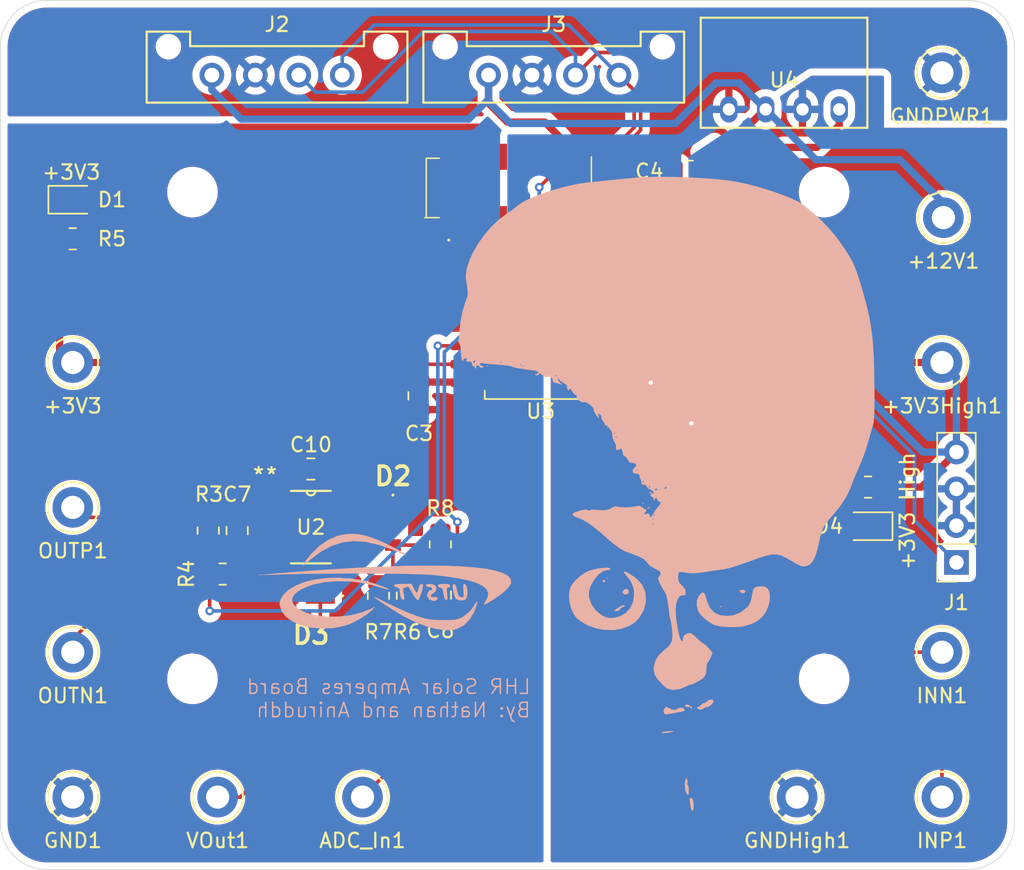
<source format=kicad_pcb>
(kicad_pcb (version 20240108) (generator "pcbnew") (generator_version "8.0")
  (layers (0 "F.Cu" signal) (31 "B.Cu" signal) (34 "B.Paste" user) (35 "F.Paste" user) (36 "B.SilkS" user "B.Silkscreen") (37 "F.SilkS" user "F.Silkscreen") (38 "B.Mask" user) (39 "F.Mask" user) (44 "Edge.Cuts" user))
  (net 0 "")
  (net 1 "+3V3")
  (net 2 "+3V3 High")
  (net 3 "+12V")
  (net 4 "/ADC_In")
  (net 5 "GND High")
  (net 6 "/INN")
  (net 7 "/INP")
  (net 8 "GND")
  (net 9 "GNDPWR")
  (net 10 "Net-(U2-V-IN)")
  (net 11 "Net-(U2-V+IN)")
  (net 12 "Net-(D1-A)")
  (net 13 "Net-(D2-A)")
  (net 14 "Net-(J1-Pin_1)")
  (net 15 "/OUTN")
  (net 16 "/OUTP")
  (net 17 "Net-(U2-RG)")
  (net 19 "Net-(J2-CAN_L)")
  (net 20 "Net-(J2-CAN_H)")
  (net 23 "/MISO")
  (net 24 "/MOSI")
  (net 28 "/NSS")
  (net 29 "/SCLK")
  (net 35 "Net-(D4-A)")
  (footprint "Package_SO:SOIC-8_7.5x5.85mm_P1.27mm" (layer "F.Cu") (at 105.8 58.085 180)
    (property "Reference" "U3" (at 0 -3.88 0) (layer "F.SilkS"))
    (property "Value" "AMC1300BDWV")
    (pad "1" smd roundrect (at -5.325 -1.905 180) (size 1.8 0.6) (layers "F.Cu" "F.Paste" "F.Mask") (net 2 "+3V3 High"))
    (pad "2" smd roundrect (at -5.325 -0.635 180) (size 1.8 0.6) (layers "F.Cu" "F.Paste" "F.Mask") (net 7 "/INP"))
    (pad "3" smd roundrect (at -5.325 0.635 180) (size 1.8 0.6) (layers "F.Cu" "F.Paste" "F.Mask") (net 6 "/INN"))
    (pad "4" smd roundrect (at -5.325 1.905 180) (size 1.8 0.6) (layers "F.Cu" "F.Paste" "F.Mask") (net 5 "GND High"))
    (pad "5" smd roundrect (at 5.325 1.905 180) (size 1.8 0.6) (layers "F.Cu" "F.Paste" "F.Mask") (net 8 "GND"))
    (pad "6" smd roundrect (at 5.325 0.635 180) (size 1.8 0.6) (layers "F.Cu" "F.Paste" "F.Mask") (net 15 "/OUTN"))
    (pad "7" smd roundrect (at 5.325 -0.635 180) (size 1.8 0.6) (layers "F.Cu" "F.Paste" "F.Mask") (net 16 "/OUTP"))
    (pad "8" smd roundrect (at 5.325 -1.905 180) (size 1.8 0.6) (layers "F.Cu" "F.Paste" "F.Mask") (net 1 "+3V3"))
  )
  (footprint "TestPoint:TestPoint_Keystone_5005-5009_Compact" (layer "F.Cu") (at 133.5 78.6 180)
    (property "Reference" "INN1" (at 0 -3 0) (layer "F.SilkS"))
    (property "Value" "TestPoint")
    (pad "1" thru_hole circle (at 0 0 180) (size 2.8 2.8) (drill 1.6) (layers "*.Cu" "*.Mask") (net 6 "/INN"))
  )
  (footprint "Resistor_SMD:R_0805_2012Metric" (layer "F.Cu") (at 116.8875 54.55 180)
    (property "Reference" "R2" (at -3 0 0) (layer "F.SilkS"))
    (property "Value" "2.4k")
    (pad "1" smd roundrect (at -0.9125 0 180) (size 1.025 1.4) (layers "F.Cu" "F.Paste" "F.Mask") (roundrect_rratio 0.243902) (net 6 "/INN"))
    (pad "2" smd roundrect (at 0.9125 0 180) (size 1.025 1.4) (layers "F.Cu" "F.Paste" "F.Mask") (roundrect_rratio 0.243902) (net 5 "GND High"))
  )
  (footprint "Capacitor_SMD:C_0805_2012Metric" (layer "F.Cu") (at 117.8 58.2 90)
    (property "Reference" "C2" (at 0 2 180) (layer "F.SilkS"))
    (property "Value" "2.2uF")
    (pad "1" smd roundrect (at -0.95 0 90) (size 1 1.45) (layers "F.Cu" "F.Paste" "F.Mask") (net 7 "/INP"))
    (pad "2" smd roundrect (at 0.95 0 90) (size 1 1.45) (layers "F.Cu" "F.Paste" "F.Mask") (net 6 "/INN"))
  )
  (footprint "Capacitor_SMD:C_0805_2012Metric" (layer "F.Cu") (at 116.05 49.4)
    (property "Reference" "C6" (at -2.75 0 0) (layer "F.SilkS"))
    (property "Value" "2.2n")
    (pad "1" smd roundrect (at -0.95 0) (size 1 1.45) (layers "F.Cu" "F.Paste" "F.Mask") (net 9 "GNDPWR"))
    (pad "2" smd roundrect (at 0.95 0) (size 1 1.45) (layers "F.Cu" "F.Paste" "F.Mask") (net 5 "GND High"))
  )
  (footprint "Resistor_SMD:R_0805_2012Metric" (layer "F.Cu") (at 116.8875 61.2 180)
    (property "Reference" "R1" (at -2.9125 0 0) (layer "F.SilkS"))
    (property "Value" "2.4k")
    (pad "1" smd roundrect (at -0.9125 0 180) (size 1.025 1.4) (layers "F.Cu" "F.Paste" "F.Mask") (roundrect_rratio 0.243902) (net 7 "/INP"))
    (pad "2" smd roundrect (at 0.9125 0 180) (size 1.025 1.4) (layers "F.Cu" "F.Paste" "F.Mask") (roundrect_rratio 0.243902) (net 14 "Net-(J1-Pin_1)"))
  )
  (footprint "Capacitor_SMD:C_0805_2012Metric" (layer "F.Cu") (at 115.55 58.2 90)
    (property "Reference" "C1" (hide yes))
    (property "Value" "1uF")
    (pad "1" smd roundrect (at -0.95 0 90) (size 1 1.45) (layers "F.Cu" "F.Paste" "F.Mask") (net 2 "+3V3 High"))
    (pad "2" smd roundrect (at 0.95 0 90) (size 1 1.45) (layers "F.Cu" "F.Paste" "F.Mask") (net 5 "GND High"))
  )
  (footprint "UTSVT_ICs:RI3_DC_Converter" (layer "F.Cu") (at 122.6 41.1273)
    (property "Reference" "U4" (at 0 -2.0273 0) (layer "F.SilkS"))
    (property "Value" "RO-123.3S_HP")
    (pad "1" thru_hole oval (at -3.81 0) (size 1.2 1.8) (drill 0.85) (layers "*.Cu" "*.Mask") (net 9 "GNDPWR"))
    (pad "2" thru_hole oval (at -1.27 0) (size 1.2 1.8) (drill 0.85) (layers "*.Cu" "*.Mask") (net 3 "+12V"))
    (pad "3" thru_hole oval (at 1.27 0) (size 1.2 1.8) (drill 0.85) (layers "*.Cu" "*.Mask") (net 5 "GND High"))
    (pad "4" thru_hole oval (at 3.81 0) (size 1.2 1.8) (drill 0.85) (layers "*.Cu" "*.Mask") (net 2 "+3V3 High"))
  )
  (footprint "Resistor_SMD:R_0805_2012Metric" (layer "F.Cu") (at 73.5 50.0625)
    (property "Reference" "R5" (at 2.7 0 180) (layer "F.SilkS"))
    (property "Value" "1.5k")
    (pad "1" smd roundrect (at -0.9125 0) (size 1.025 1.4) (layers "F.Cu" "F.Paste" "F.Mask") (roundrect_rratio 0.243902) (net 1 "+3V3"))
    (pad "2" smd roundrect (at 0.9125 0) (size 1.025 1.4) (layers "F.Cu" "F.Paste" "F.Mask") (roundrect_rratio 0.243902) (net 12 "Net-(D1-A)"))
  )
  (footprint "TestPoint:TestPoint_Keystone_5005-5009_Compact" (layer "F.Cu") (at 133.5 88.6 180)
    (property "Reference" "INP1" (at 0 -3 0) (layer "F.SilkS"))
    (property "Value" "TestPoint")
    (pad "1" thru_hole circle (at 0 0 180) (size 2.8 2.8) (drill 1.6) (layers "*.Cu" "*.Mask") (net 7 "/INP"))
  )
  (footprint "TestPoint:TestPoint_Keystone_5005-5009_Compact" (layer "F.Cu") (at 83.5 88.6 180)
    (property "Reference" "VOut1" (at 0 -3 0) (layer "F.SilkS"))
    (property "Value" "TestPoint")
    (pad "1" thru_hole circle (at 0 0 180) (size 2.8 2.8) (drill 1.6) (layers "*.Cu" "*.Mask") (net 13 "Net-(D2-A)"))
  )
  (footprint "Capacitor_SMD:C_0805_2012Metric" (layer "F.Cu") (at 89.9362 65.95226 180)
    (property "Reference" "C10" (at 0 1.68 0) (layer "F.SilkS"))
    (property "Value" "1uF")
    (pad "1" smd roundrect (at -0.95 0 180) (size 1 1.45) (layers "F.Cu" "F.Paste" "F.Mask") (net 1 "+3V3"))
    (pad "2" smd roundrect (at 0.95 0 180) (size 1 1.45) (layers "F.Cu" "F.Paste" "F.Mask") (net 8 "GND"))
  )
  (footprint "Connector_PinSocket_2.54mm:PinSocket_1x04_P2.54mm_Vertical" (layer "F.Cu") (at 134.5 72.4 180)
    (property "Reference" "J1" (at 0 -2.77 0) (layer "F.SilkS"))
    (property "Value" "Conn_01x04")
    (pad "1" thru_hole rect (at 0 0 180) (size 1.7 1.7) (drill 1) (layers "*.Cu" "*.Mask") (net 14 "Net-(J1-Pin_1)"))
    (pad "2" thru_hole oval (at 0 2.54 180) (size 1.7 1.7) (drill 1) (layers "*.Cu" "*.Mask") (net 5 "GND High"))
    (pad "3" thru_hole oval (at 0 5.08 180) (size 1.7 1.7) (drill 1) (layers "*.Cu" "*.Mask") (net 5 "GND High"))
    (pad "4" thru_hole oval (at 0 7.62 180) (size 1.7 1.7) (drill 1) (layers "*.Cu" "*.Mask") (net 2 "+3V3 High"))
  )
  (footprint "Resistor_SMD:R_0805_2012Metric" (layer "F.Cu") (at 83.84894 73.20226 180)
    (property "Reference" "R4" (at 2.5 0 90) (layer "F.SilkS"))
    (property "Value" "2.4k")
    (pad "1" smd roundrect (at -0.9125 0 180) (size 1.025 1.4) (layers "F.Cu" "F.Paste" "F.Mask") (roundrect_rratio 0.243902) (net 11 "Net-(U2-V+IN)"))
    (pad "2" smd roundrect (at 0.9125 0 180) (size 1.025 1.4) (layers "F.Cu" "F.Paste" "F.Mask") (roundrect_rratio 0.243902) (net 15 "/OUTN"))
  )
  (footprint "TestPoint:TestPoint_Keystone_5005-5009_Compact" (layer "F.Cu") (at 133.5 58.6)
    (property "Reference" "+3V3High1" (at 0 3 0) (layer "F.SilkS"))
    (property "Value" "TestPoint")
    (pad "1" thru_hole circle (at 0 0) (size 2.8 2.8) (drill 1.6) (layers "*.Cu" "*.Mask") (net 2 "+3V3 High"))
  )
  (footprint "UTSVT_Connectors:Molex_MicroFit3.0_1x4xP3.00mm_PolarizingPeg_Vertical" (layer "F.Cu") (at 102.2 38.76)
    (property "Reference" "J3" (at 4.5 -3.5 0) (layer "F.SilkS"))
    (property "Value" "PeripheralCANConnector")
    (pad "" np_thru_hole circle (at -3 -1.96) (size 1.27 1.27) (drill 1.27) (layers "*.Cu" "*.Mask"))
    (pad "" np_thru_hole circle (at 12 -1.96) (size 1.27 1.27) (drill 1.27) (layers "*.Cu" "*.Mask"))
    (pad "1" thru_hole circle (at 0 0) (size 1.7 1.7) (drill 1.02) (layers "*.Cu" "*.Mask") (net 3 "+12V"))
    (pad "2" thru_hole circle (at 3 0) (size 1.7 1.7) (drill 1.02) (layers "*.Cu" "*.Mask") (net 9 "GNDPWR"))
    (pad "3" thru_hole circle (at 6 0) (size 1.7 1.7) (drill 1.02) (layers "*.Cu" "*.Mask") (net 20 "Net-(J2-CAN_H)"))
    (pad "4" thru_hole circle (at 9 0) (size 1.7 1.7) (drill 1.02) (layers "*.Cu" "*.Mask") (net 19 "Net-(J2-CAN_L)"))
  )
  (footprint "Parts:RBE01VYM6AFHTR" (layer "F.Cu") (at 95.59894 69.95226 180)
    (property "Reference" "D2" (at -0.00106 3.50226 0) (layer "F.SilkS") (effects (font (size 1.27 1.27) (thickness 0.254))))
    (property "Value" "RBE01VYM6AFHTR" (hide yes))
    (pad "1" smd rect (at 0 0.65 180) (size 1.1 2) (layers "F.Cu" "F.Paste" "F.Mask") (net 1 "+3V3"))
    (pad "2" smd rect (at 0 -1.25 270) (size 0.8 1.1) (layers "F.Cu" "F.Paste" "F.Mask") (net 13 "Net-(D2-A)"))
  )
  (footprint "UTSVT_Connectors:Molex_MicroFit3.0_1x4xP3.00mm_PolarizingPeg_Vertical" (layer "F.Cu") (at 83.1 38.76)
    (property "Reference" "J2" (at 4.5 -3.5 0) (layer "F.SilkS"))
    (property "Value" "PeripheralCANConnector")
    (pad "" np_thru_hole circle (at -3 -1.96) (size 1.27 1.27) (drill 1.27) (layers "*.Cu" "*.Mask"))
    (pad "" np_thru_hole circle (at 12 -1.96) (size 1.27 1.27) (drill 1.27) (layers "*.Cu" "*.Mask"))
    (pad "1" thru_hole circle (at 0 0) (size 1.7 1.7) (drill 1.02) (layers "*.Cu" "*.Mask") (net 3 "+12V"))
    (pad "2" thru_hole circle (at 3 0) (size 1.7 1.7) (drill 1.02) (layers "*.Cu" "*.Mask") (net 9 "GNDPWR"))
    (pad "3" thru_hole circle (at 6 0) (size 1.7 1.7) (drill 1.02) (layers "*.Cu" "*.Mask") (net 20 "Net-(J2-CAN_H)"))
    (pad "4" thru_hole circle (at 9 0) (size 1.7 1.7) (drill 1.02) (layers "*.Cu" "*.Mask") (net 19 "Net-(J2-CAN_L)"))
  )
  (footprint "TestPoint:TestPoint_Keystone_5005-5009_Compact" (layer "F.Cu") (at 123.5 88.6)
    (property "Reference" "GNDHigh1" (at 0 3 0) (layer "F.SilkS"))
    (property "Value" "TestPoint")
    (pad "1" thru_hole circle (at 0 0) (size 2.8 2.8) (drill 1.6) (layers "*.Cu" "*.Mask") (net 5 "GND High"))
  )
  (footprint "Resistor_SMD:R_0805_2012Metric" (layer "F.Cu") (at 94.59894 74.70226 -90)
    (property "Reference" "R7" (at 2.5 0 180) (layer "F.SilkS"))
    (property "Value" "1k")
    (pad "1" smd roundrect (at -0.9125 0 270) (size 1.025 1.4) (layers "F.Cu" "F.Paste" "F.Mask") (roundrect_rratio 0.243902) (net 17 "Net-(U2-RG)"))
    (pad "2" smd roundrect (at 0.9125 0 270) (size 1.025 1.4) (layers "F.Cu" "F.Paste" "F.Mask") (roundrect_rratio 0.243902) (net 8 "GND"))
  )
  (footprint "TestPoint:TestPoint_Keystone_5005-5009_Compact" (layer "F.Cu") (at 73.5 68.6)
    (property "Reference" "OUTP1" (at 0 3 0) (layer "F.SilkS"))
    (property "Value" "TestPoint")
    (pad "1" thru_hole circle (at 0 0) (size 2.8 2.8) (drill 1.6) (layers "*.Cu" "*.Mask") (net 16 "/OUTP"))
  )
  (footprint "Resistor_SMD:R_0805_2012Metric" (layer "F.Cu") (at 128.4 67.2 180)
    (property "Reference" "R9" (at 2.7 0 180) (layer "F.SilkS"))
    (property "Value" "1.5k")
    (pad "1" smd roundrect (at -0.9125 0 180) (size 1.025 1.4) (layers "F.Cu" "F.Paste" "F.Mask") (roundrect_rratio 0.243902) (net 2 "+3V3 High"))
    (pad "2" smd roundrect (at 0.9125 0 180) (size 1.025 1.4) (layers "F.Cu" "F.Paste" "F.Mask") (roundrect_rratio 0.243902) (net 35 "Net-(D4-A)"))
  )
  (footprint "TestPoint:TestPoint_Keystone_5005-5009_Compact" (layer "F.Cu") (at 133.6 48.6)
    (property "Reference" "+12V1" (at 0 3 0) (layer "F.SilkS"))
    (property "Value" "TestPoint")
    (pad "1" thru_hole circle (at 0 0) (size 2.8 2.8) (drill 1.6) (layers "*.Cu" "*.Mask") (net 3 "+12V"))
  )
  (footprint "TestPoint:TestPoint_Keystone_5005-5009_Compact" (layer "F.Cu") (at 73.5 78.6 180)
    (property "Reference" "OUTN1" (at 0 -3 0) (layer "F.SilkS"))
    (property "Value" "TestPoint")
    (pad "1" thru_hole circle (at 0 0 180) (size 2.8 2.8) (drill 1.6) (layers "*.Cu" "*.Mask") (net 15 "/OUTN"))
  )
  (footprint "Capacitor_SMD:C_0805_2012Metric" (layer "F.Cu") (at 116.05 47.4 180)
    (property "Reference" "C5" (at 2.75 0 0) (layer "F.SilkS"))
    (property "Value" "10u")
    (pad "1" smd roundrect (at -0.95 0 180) (size 1 1.45) (layers "F.Cu" "F.Paste" "F.Mask") (net 3 "+12V"))
    (pad "2" smd roundrect (at 0.95 0 180) (size 1 1.45) (layers "F.Cu" "F.Paste" "F.Mask") (net 9 "GNDPWR"))
  )
  (footprint "TestPoint:TestPoint_Keystone_5005-5009_Compact" (layer "F.Cu") (at 73.5 88.6 180)
    (property "Reference" "GND1" (at 0 -3 0) (layer "F.SilkS"))
    (property "Value" "TestPoint")
    (pad "1" thru_hole circle (at 0 0 180) (size 2.8 2.8) (drill 1.6) (layers "*.Cu" "*.Mask") (net 8 "GND"))
  )
  (footprint "Resistor_SMD:R_0805_2012Metric" (layer "F.Cu") (at 82.84894 70.20226 90)
    (property "Reference" "R3" (at 2.50226 0.05106 0) (layer "F.SilkS"))
    (property "Value" "2.4k")
    (pad "1" smd roundrect (at -0.9125 0 90) (size 1.025 1.4) (layers "F.Cu" "F.Paste" "F.Mask") (roundrect_rratio 0.243902) (net 10 "Net-(U2-V-IN)"))
    (pad "2" smd roundrect (at 0.9125 0 90) (size 1.025 1.4) (layers "F.Cu" "F.Paste" "F.Mask") (roundrect_rratio 0.243902) (net 16 "/OUTP"))
  )
  (footprint "Parts:RBE01VYM6AFHTR" (layer "F.Cu") (at 89.9362 74.70226 90)
    (property "Reference" "D3" (at -2.69774 0.0138 180) (layer "F.SilkS") (effects (font (size 1.27 1.27) (thickness 0.254))))
    (property "Value" "RBE01VYM6AFHTR" (hide yes))
    (pad "1" smd rect (at 0 0.65 90) (size 1.1 2) (layers "F.Cu" "F.Paste" "F.Mask") (net 13 "Net-(D2-A)"))
    (pad "2" smd rect (at 0 -1.25 180) (size 0.8 1.1) (layers "F.Cu" "F.Paste" "F.Mask") (net 8 "GND"))
  )
  (footprint "Capacitor_SMD:C_0805_2012Metric" (layer "F.Cu") (at 98.875 74.65 -90)
    (property "Reference" "C8" (at 2.45 0 180) (layer "F.SilkS"))
    (property "Value" "2.2uF")
    (pad "1" smd roundrect (at -0.95 0 270) (size 1 1.45) (layers "F.Cu" "F.Paste" "F.Mask") (net 4 "/ADC_In"))
    (pad "2" smd roundrect (at 0.95 0 270) (size 1 1.45) (layers "F.Cu" "F.Paste" "F.Mask") (net 8 "GND"))
  )
  (footprint "TestPoint:TestPoint_Keystone_5005-5009_Compact" (layer "F.Cu") (at 93.5 88.6)
    (property "Reference" "ADC_In1" (at 0 3 0) (layer "F.SilkS"))
    (property "Value" "TestPoint")
    (pad "1" thru_hole circle (at 0 0) (size 2.8 2.8) (drill 1.6) (layers "*.Cu" "*.Mask") (net 4 "/ADC_In"))
  )
  (footprint "Resistor_SMD:R_0805_2012Metric" (layer "F.Cu") (at 96.59894 74.70226 -90)
    (property "Reference" "R6" (at 2.5 0 0) (layer "F.SilkS"))
    (property "Value" "12k")
    (pad "1" smd roundrect (at -0.9125 0 270) (size 1.025 1.4) (layers "F.Cu" "F.Paste" "F.Mask") (roundrect_rratio 0.243902) (net 13 "Net-(D2-A)"))
    (pad "2" smd roundrect (at 0.9125 0 270) (size 1.025 1.4) (layers "F.Cu" "F.Paste" "F.Mask") (roundrect_rratio 0.243902) (net 17 "Net-(U2-RG)"))
  )
  (footprint "LED_SMD:LED_0805_2012Metric" (layer "F.Cu") (at 73.5 47.3625)
    (property "Reference" "D1" (at 2.7 0 180) (layer "F.SilkS"))
    (property "Value" "PowerOn")
    (pad "1" smd roundrect (at -0.9375 0) (size 0.975 1.4) (layers "F.Cu" "F.Paste" "F.Mask") (net 8 "GND"))
    (pad "2" smd roundrect (at 0.9375 0) (size 0.975 1.4) (layers "F.Cu" "F.Paste" "F.Mask") (net 12 "Net-(D1-A)"))
  )
  (footprint "LED_SMD:LED_0805_2012Metric" (layer "F.Cu") (at 128.4 69.9 180)
    (property "Reference" "D4" (at 2.7 0 180) (layer "F.SilkS"))
    (property "Value" "PowerOn")
    (pad "1" smd roundrect (at -0.9375 0 180) (size 0.975 1.4) (layers "F.Cu" "F.Paste" "F.Mask") (net 5 "GND High"))
    (pad "2" smd roundrect (at 0.9375 0 180) (size 0.975 1.4) (layers "F.Cu" "F.Paste" "F.Mask") (net 35 "Net-(D4-A)"))
  )
  (footprint "Parts:D8" (layer "F.Cu") (at 89.9362 69.965)
    (property "Reference" "U2" (at 0 0 0) (layer "F.SilkS"))
    (property "Value" "INA145UA/2K5")
    (fp_text user "*" (at -3.6112 -3.6068 0) (layer "F.SilkS"))
    (fp_text user "*" (at -2.7178 -3.6068 0) (layer "F.SilkS"))
    (pad "1" smd rect (at -2.4638 -1.905) (size 1.9812 0.5588) (layers "F.Cu" "F.Paste" "F.Mask") (net 8 "GND"))
    (pad "2" smd rect (at -2.4638 -0.635) (size 1.9812 0.5588) (layers "F.Cu" "F.Paste" "F.Mask") (net 10 "Net-(U2-V-IN)"))
    (pad "3" smd rect (at -2.4638 0.635) (size 1.9812 0.5588) (layers "F.Cu" "F.Paste" "F.Mask") (net 11 "Net-(U2-V+IN)"))
    (pad "4" smd rect (at -2.4638 1.905) (size 1.9812 0.5588) (layers "F.Cu" "F.Paste" "F.Mask") (net 8 "GND"))
    (pad "5" smd rect (at 2.4638 1.905) (size 1.9812 0.5588) (layers "F.Cu" "F.Paste" "F.Mask") (net 17 "Net-(U2-RG)"))
    (pad "6" smd rect (at 2.4638 0.635) (size 1.9812 0.5588) (layers "F.Cu" "F.Paste" "F.Mask") (net 13 "Net-(D2-A)"))
    (pad "7" smd rect (at 2.4638 -0.635) (size 1.9812 0.5588) (layers "F.Cu" "F.Paste" "F.Mask") (net 1 "+3V3"))
    (pad "8" smd rect (at 2.4638 -1.905) (size 1.9812 0.5588) (layers "F.Cu" "F.Paste" "F.Mask"))
  )
  (footprint "UTSVT_Special:PeripheralSOM" (layer "F.Cu") (at 100.375 64.875 90)
    (property "Reference" "U1" (hide yes))
    (property "Value" "PeripheralSOM" (hide yes))
    (pad "" np_thru_hole circle (at -15.56226 -18.61226 90) (size 3 3) (drill 3) (layers "*.Cu" "*.Mask"))
    (pad "" np_thru_hole circle (at -15.56226 24.98774 90) (size 3 3) (drill 3) (layers "*.Cu" "*.Mask"))
    (pad "" np_thru_hole circle (at 18.03774 -18.61226 90) (size 3 3) (drill 3) (layers "*.Cu" "*.Mask"))
    (pad "" np_thru_hole circle (at 18.03774 24.98774 90) (size 3 3) (drill 3) (layers "*.Cu" "*.Mask"))
    (pad "1" smd rect (at 16.175 -1.175 180) (size 0.55 1.8) (layers "F.Cu" "F.Paste" "F.Mask"))
    (pad "2" smd rect (at 20.475 -1.175 180) (size 0.55 1.8) (layers "F.Cu" "F.Paste" "F.Mask") (net 1 "+3V3"))
    (pad "3" smd rect (at 16.175 -0.375 180) (size 0.55 1.8) (layers "F.Cu" "F.Paste" "F.Mask"))
    (pad "4" smd rect (at 20.475 -0.375 180) (size 0.55 1.8) (layers "F.Cu" "F.Paste" "F.Mask") (net 8 "GND"))
    (pad "5" smd rect (at 16.175 0.425 180) (size 0.55 1.8) (layers "F.Cu" "F.Paste" "F.Mask"))
    (pad "6" smd rect (at 20.475 0.425 180) (size 0.55 1.8) (layers "F.Cu" "F.Paste" "F.Mask"))
    (pad "7" smd rect (at 16.175 1.225 180) (size 0.55 1.8) (layers "F.Cu" "F.Paste" "F.Mask"))
    (pad "8" smd rect (at 20.475 1.225 180) (size 0.55 1.8) (layers "F.Cu" "F.Paste" "F.Mask"))
    (pad "9" smd rect (at 16.175 2.025 180) (size 0.55 1.8) (layers "F.Cu" "F.Paste" "F.Mask") (net 1 "+3V3"))
    (pad "10" smd rect (at 20.475 2.025 180) (size 0.55 1.8) (layers "F.Cu" "F.Paste" "F.Mask") (net 1 "+3V3"))
    (pad "11" smd rect (at 16.175 2.825 180) (size 0.55 1.8) (layers "F.Cu" "F.Paste" "F.Mask") (net 8 "GND"))
    (pad "12" smd rect (at 20.475 2.825 180) (size 0.55 1.8) (layers "F.Cu" "F.Paste" "F.Mask"))
    (pad "13" smd rect (at 16.175 3.625 180) (size 0.55 1.8) (layers "F.Cu" "F.Paste" "F.Mask") (net 29 "/SCLK"))
    (pad "14" smd rect (at 20.475 3.625 180) (size 0.55 1.8) (layers "F.Cu" "F.Paste" "F.Mask"))
    (pad "15" smd rect (at 16.175 4.425 180) (size 0.55 1.8) (layers "F.Cu" "F.Paste" "F.Mask") (net 23 "/MISO"))
    (pad "16" smd rect (at 20.475 4.425 180) (size 0.55 1.8) (layers "F.Cu" "F.Paste" "F.Mask"))
    (pad "17" smd rect (at 16.175 5.225 180) (size 0.55 1.8) (layers "F.Cu" "F.Paste" "F.Mask") (net 24 "/MOSI"))
    (pad "18" smd rect (at 20.475 5.225 180) (size 0.55 1.8) (layers "F.Cu" "F.Paste" "F.Mask"))
    (pad "19" smd rect (at 16.175 6.025 180) (size 0.55 1.8) (layers "F.Cu" "F.Paste" "F.Mask") (net 28 "/NSS"))
    (pad "20" smd rect (at 20.475 6.025 180) (size 0.55 1.8) (layers "F.Cu" "F.Paste" "F.Mask") (net 4 "/ADC_In"))
    (pad "21" smd rect (at 16.175 6.825 180) (size 0.55 1.8) (layers "F.Cu" "F.Paste" "F.Mask") (net 19 "Net-(J2-CAN_L)"))
    (pad "22" smd rect (at 20.475 6.825 180) (size 0.55 1.8) (layers "F.Cu" "F.Paste" "F.Mask") (net 3 "+12V"))
    (pad "23" smd rect (at 16.175 7.625 180) (size 0.55 1.8) (layers "F.Cu" "F.Paste" "F.Mask") (net 20 "Net-(J2-CAN_H)"))
    (pad "24" smd rect (at 20.475 7.625 180) (size 0.55 1.8) (layers "F.Cu" "F.Paste" "F.Mask") (net 9 "GNDPWR"))
  )
  (footprint "Capacitor_SMD:C_0805_2012Metric" (layer "F.Cu") (at 120.35 47.6 180)
    (property "Reference" "C9" (at 0 -1.68 0) (layer "F.SilkS"))
    (property "Value" "10uF")
    (pad "1" smd roundrect (at -0.95 0 180) (size 1 1.45) (layers "F.Cu" "F.Paste" "F.Mask") (net 2 "+3V3 High"))
    (pad "2" smd roundrect (at 0.95 0 180) (size 1 1.45) (layers "F.Cu" "F.Paste" "F.Mask") (net 5 "GND High"))
  )
  (footprint "Capacitor_SMD:C_0805_2012Metric" (layer "F.Cu") (at 116.05 45.4 180)
    (property "Reference" "C4" (at 2.75 0 0) (layer "F.SilkS"))
    (property "Value" "1n")
    (pad "1" smd roundrect (at -0.95 0 180) (size 1 1.45) (layers "F.Cu" "F.Paste" "F.Mask") (net 3 "+12V"))
    (pad "2" smd roundrect (at 0.95 0 180) (size 1 1.45) (layers "F.Cu" "F.Paste" "F.Mask") (net 9 "GNDPWR"))
  )
  (footprint "Capacitor_SMD:C_0805_2012Metric" (layer "F.Cu") (at 84.84894 70.20226 -90)
    (property "Reference" "C7" (at -2.5 0 180) (layer "F.SilkS"))
    (property "Value" "2.2uF")
    (pad "1" smd roundrect (at -0.95 0 270) (size 1 1.45) (layers "F.Cu" "F.Paste" "F.Mask") (net 10 "Net-(U2-V-IN)"))
    (pad "2" smd roundrect (at 0.95 0 270) (size 1 1.45) (layers "F.Cu" "F.Paste" "F.Mask") (net 11 "Net-(U2-V+IN)"))
  )
  (footprint "TestPoint:TestPoint_Keystone_5005-5009_Compact" (layer "F.Cu") (at 73.5 58.6 180)
    (property "Reference" "+3V3" (at 0 -3 0) (layer "F.SilkS"))
    (property "Value" "TestPoint")
    (pad "1" thru_hole circle (at 0 0 180) (size 2.8 2.8) (drill 1.6) (layers "*.Cu" "*.Mask") (net 1 "+3V3"))
  )
  (footprint "Capacitor_SMD:C_0805_2012Metric" (layer "F.Cu") (at 97.4 60.9 -90)
    (property "Reference" "C3" (at 2.6 0 180) (layer "F.SilkS"))
    (property "Value" "1uF")
    (pad "1" smd roundrect (at -0.95 0 270) (size 1 1.45) (layers "F.Cu" "F.Paste" "F.Mask") (net 1 "+3V3"))
    (pad "2" smd roundrect (at 0.95 0 270) (size 1 1.45) (layers "F.Cu" "F.Paste" "F.Mask") (net 8 "GND"))
  )
  (footprint "Resistor_SMD:R_0805_2012Metric" (layer "F.Cu") (at 98.875 71.15 90)
    (property "Reference" "R8" (at 2.5 0 180) (layer "F.SilkS"))
    (property "Value" "4.8k")
    (pad "1" smd roundrect (at -0.9125 0 90) (size 1.025 1.4) (layers "F.Cu" "F.Paste" "F.Mask") (roundrect_rratio 0.243902) (net 4 "/ADC_In"))
    (pad "2" smd roundrect (at 0.9125 0 90) (size 1.025 1.4) (layers "F.Cu" "F.Paste" "F.Mask") (roundrect_rratio 0.243902) (net 13 "Net-(D2-A)"))
  )
  (footprint "TestPoint:TestPoint_Keystone_5005-5009_Compact" (layer "F.Cu") (at 133.5 38.6 180)
    (property "Reference" "GNDPWR1" (at 0 -3 0) (layer "F.SilkS"))
    (property "Value" "TestPoint")
    (pad "1" thru_hole circle (at 0 0 180) (size 2.8 2.8) (drill 1.6) (layers "*.Cu" "*.Mask") (net 9 "GNDPWR"))
  )
  (footprint "UTSVT_Special:UTSVT_Logo_Symbol" (layer "B.Cu") (at 95.315946 73.885857 180)
    (property "Reference" "LOGO2" (hide yes))
    (property "Value" "solarlogo" (hide yes))
  )
  (footprint "Parts:aniMegamind" (layer "B.Cu") (at 114.353675 69.041275 180)
    (property "Reference" "LOGO1" (hide yes))
    (property "Value" "aniMegamind" (hide yes))
  )
  (gr_line (start 71.7 93.6) (end 135.3 93.6) (stroke (width 0.05)) (layer "Edge.Cuts"))
  (gr_arc (start 71.7 93.6) (mid 69.437258 92.662742) (end 68.5 90.4) (stroke (width 0.05)) (layer "Edge.Cuts"))
  (gr_line (start 68.5 36.8) (end 68.5 90.4) (stroke (width 0.05)) (layer "Edge.Cuts"))
  (gr_arc (start 68.5 36.8) (mid 69.437258 34.537258) (end 71.7 33.6) (stroke (width 0.05)) (layer "Edge.Cuts"))
  (gr_line (start 135.3 33.6) (end 71.7 33.6) (stroke (width 0.05)) (layer "Edge.Cuts"))
  (gr_arc (start 135.3 33.6) (mid 137.562742 34.537258) (end 138.5 36.8) (stroke (width 0.05)) (layer "Edge.Cuts"))
  (gr_arc (start 138.5 90.4) (mid 137.562742 92.662742) (end 135.3 93.6) (stroke (width 0.05)) (layer "Edge.Cuts"))
  (gr_line (start 138.5 90.4) (end 138.5 36.8) (stroke (width 0.05)) (layer "Edge.Cuts"))
  (gr_text "LHR Solar Amperes Board\nBy: Nathan and Aniruddh" (at 105.175 83.175 0) (layer "B.SilkS") (effects (font (size 1 1) (thickness 0.1)) (justify left bottom mirror)))
  (gr_text "+3V3 High" (at 131.7 73 90) (layer "F.SilkS") (effects (font (size 1 1)) (justify left bottom)))
  (gr_text "+3V3" (at 71.3 46.05 0) (layer "F.SilkS") (effects (font (size 1 1)) (justify left bottom)))
  (segment (start 84.8 54.05) (end 98.325 54.05) (width 0.5) (layer "F.Cu") (net 1))
  (segment (start 100.435 59.95) (end 100.475 59.99) (width 0.5) (layer "F.Cu") (net 1))
  (segment (start 102.4 49.975) (end 102.4 48.7) (width 0.5) (layer "F.Cu") (net 1))
  (segment (start 100.475 59.99) (end 101.374999 59.99) (width 0.5) (layer "F.Cu") (net 1))
  (segment (start 99.2 44.4) (end 99.2 45.675) (width 0.5) (layer "F.Cu") (net 1))
  (segment (start 102.4 45.6) (end 102.4 44.4) (width 0.5) (layer "F.Cu") (net 1))
  (segment (start 102.4 58.964999) (end 102.4 48.7) (width 0.5) (layer "F.Cu") (net 1))
  (segment (start 92.4 69.33) (end 95.5712 69.33) (width 0.5) (layer "F.Cu") (net 1))
  (segment (start 99.275 45.75) (end 102.25 45.75) (width 0.5) (layer "F.Cu") (net 1))
  (segment (start 101.374999 59.99) (end 102.4 58.964999) (width 0.5) (layer "F.Cu") (net 1))
  (segment (start 92.46226 65.95226) (end 95.59894 69.08894) (width 0.5) (layer "F.Cu") (net 1))
  (segment (start 91.39774 65.95226) (end 90.8862 65.95226) (width 0.5) (layer "F.Cu") (net 1))
  (segment (start 102.4 44.4) (end 102.4 48.7) (width 0.5) (layer "F.Cu") (net 1))
  (segment (start 98.325 54.05) (end 102.4 49.975) (width 0.5) (layer "F.Cu") (net 1))
  (segment (start 97.4 59.95) (end 100.435 59.95) (width 0.5) (layer "F.Cu") (net 1))
  (segment (start 95.5712 69.33) (end 95.59894 69.30226) (width 0.5) (layer "F.Cu") (net 1))
  (segment (start 90.8862 65.95226) (end 92.46226 65.95226) (width 0.5) (layer "F.Cu") (net 1))
  (segment (start 95.59894 69.08894) (end 95.59894 69.30226) (width 0.5) (layer "F.Cu") (net 1))
  (segment (start 73.5 58.6) (end 80.25 58.6) (width 0.5) (layer "F.Cu") (net 1))
  (segment (start 80.25 58.6) (end 84.8 54.05) (width 0.5) (layer "F.Cu") (net 1))
  (segment (start 97.4 59.95) (end 91.39774 65.95226) (width 0.5) (layer "F.Cu") (net 1))
  (segment (start 72.5875 50.0625) (end 72.5875 57.6875) (width 0.5) (layer "F.Cu") (net 1))
  (segment (start 99.2 45.675) (end 99.275 45.75) (width 0.5) (layer "F.Cu") (net 1))
  (segment (start 102.25 45.75) (end 102.4 45.6) (width 0.5) (layer "F.Cu") (net 1))
  (segment (start 72.5875 57.6875) (end 73.5 58.6) (width 0.5) (layer "F.Cu") (net 1))
  (segment (start 126.41 42.215) (end 126.41 41.1273) (width 0.5) (layer "F.Cu") (net 2))
  (segment (start 114.24 59.15) (end 113.4 59.99) (width 0.5) (layer "F.Cu") (net 2))
  (segment (start 121.325 47.625) (end 121.3 47.6) (width 0.5) (layer "F.Cu") (net 2))
  (segment (start 111.125 59.99) (end 113.4 59.99) (width 0.5) (layer "F.Cu") (net 2))
  (segment (start 133.5 58.6) (end 128.65 58.6) (width 0.5) (layer "F.Cu") (net 2))
  (segment (start 129.3125 67.2) (end 132.08 67.2) (width 0.5) (layer "F.Cu") (net 2))
  (segment (start 124.875 43.75) (end 126.41 42.215) (width 0.5) (layer "F.Cu") (net 2))
  (segment (start 121.3 47.6) (end 121.3 45.025) (width 0.5) (layer "F.Cu") (net 2))
  (segment (start 121.325 51.275) (end 121.325 47.625) (width 0.5) (layer "F.Cu") (net 2))
  (segment (start 115.55 59.15) (end 114.24 59.15) (width 0.5) (layer "F.Cu") (net 2))
  (segment (start 121.3 45.025) (end 122.575 43.75) (width 0.5) (layer "F.Cu") (net 2))
  (segment (start 128.65 58.6) (end 121.325 51.275) (width 0.5) (layer "F.Cu") (net 2))
  (segment (start 132.08 67.2) (end 134.5 64.78) (width 0.5) (layer "F.Cu") (net 2))
  (segment (start 122.575 43.75) (end 124.875 43.75) (width 0.5) (layer "F.Cu") (net 2))
  (via (at 113.4 59.99) (size 0.6) (drill 0.3) (layers "F.Cu" "B.Cu") (net 2))
  (segment (start 132.18 64.78) (end 134.5 64.78) (width 0.5) (layer "B.Cu") (net 2))
  (segment (start 134.5 64.78) (end 134.5 59.6) (width 0.5) (layer "B.Cu") (net 2))
  (segment (start 134.5 59.6) (end 133.5 58.6) (width 0.5) (layer "B.Cu") (net 2))
  (segment (start 113.4 59.99) (end 127.39 59.99) (width 0.5) (layer "B.Cu") (net 2))
  (segment (start 127.39 59.99) (end 132.18 64.78) (width 0.5) (layer "B.Cu") (net 2))
  (segment (start 107.2 43.125) (end 107.2 44.4) (width 0.5) (layer "F.Cu") (net 3))
  (segment (start 117 45.4) (end 117 47.4) (width 0.5) (layer "F.Cu") (net 3))
  (segment (start 117 45.4) (end 121.2727 41.1273) (width 0.5) (layer "F.Cu") (net 3))
  (segment (start 121.2727 41.1273) (end 121.33 41.1273) (width 0.5) (layer "F.Cu") (net 3))
  (segment (start 103.5 42) (end 106.075 42) (width 0.5) (layer "F.Cu") (net 3))
  (segment (start 106.075 42) (end 107.2 43.125) (width 0.5) (layer "F.Cu") (net 3))
  (segment (start 102.2 40.7) (end 103.5 42) (width 0.5) (layer "F.Cu") (net 3))
  (segment (start 102.2 38.76) (end 102.2 40.7) (width 0.5) (layer "F.Cu") (net 3))
  (segment (start 117.9 39.3) (end 119.5027 39.3) (width 0.5) (layer "B.Cu") (net 3))
  (segment (start 102.2 38.76) (end 102.2 40.425) (width 0.5) (layer "B.Cu") (net 3))
  (segment (start 100.825 41.8) (end 85.125 41.8) (width 0.5) (layer "B.Cu") (net 3))
  (segment (start 85.125 41.8) (end 83.1 39.775) (width 0.5) (layer "B.Cu") (net 3))
  (segment (start 130.6 44.6) (end 124.8027 44.6) (width 0.5) (layer "B.Cu") (net 3))
  (segment (start 102.2 38.76) (end 102.2 40.575) (width 0.5) (layer "B.Cu") (net 3))
  (segment (start 124.8027 44.6) (end 121.33 41.1273) (width 0.5) (layer "B.Cu") (net 3))
  (segment (start 115.1 42.1) (end 117.9 39.3) (width 0.5) (layer "B.Cu") (net 3))
  (segment (start 103.725 42.1) (end 115.1 42.1) (width 0.5) (layer "B.Cu") (net 3))
  (segment (start 119.5027 39.3) (end 121.33 41.1273) (width 0.5) (layer "B.Cu") (net 3))
  (segment (start 102.2 40.425) (end 100.825 41.8) (width 0.5) (layer "B.Cu") (net 3))
  (segment (start 102.2 40.575) (end 103.725 42.1) (width 0.5) (layer "B.Cu") (net 3))
  (segment (start 83.1 39.775) (end 83.1 38.76) (width 0.5) (layer "B.Cu") (net 3))
  (segment (start 133.6 47.6) (end 130.6 44.6) (width 0.5) (layer "B.Cu") (net 3))
  (segment (start 133.6 48.6) (end 133.6 47.6) (width 0.5) (layer "B.Cu") (net 3))
  (segment (start 97.62394 74.95106) (end 97.62394 84.47606) (width 0.25) (layer "F.Cu") (net 4))
  (segment (start 106.4 45.8) (end 106.4 44.4) (width 0.25) (layer "F.Cu") (net 4))
  (segment (start 98.875 72.0625) (end 98.875 73.7) (width 0.25) (layer "F.Cu") (net 4))
  (segment (start 97.62394 84.47606) (end 93.5 88.6) (width 0.25) (layer "F.Cu") (net 4))
  (segment (start 98.875 73.7) (end 97.62394 74.95106) (width 0.25) (layer "F.Cu") (net 4))
  (segment (start 100.05 69.6) (end 100.05 70.8875) (width 0.25) (layer "F.Cu") (net 4))
  (segment (start 100.05 70.8875) (end 98.875 72.0625) (width 0.25) (layer "F.Cu") (net 4))
  (segment (start 105.7 46.5) (end 106.4 45.8) (width 0.25) (layer "F.Cu") (net 4))
  (via (at 105.7 46.5) (size 0.6) (drill 0.3) (layers "F.Cu" "B.Cu") (net 4))
  (via (at 100.05 69.6) (size 0.6) (drill 0.3) (layers "F.Cu" "B.Cu") (net 4))
  (segment (start 100.05 69.6) (end 99.15 68.7) (width 0.25) (layer "B.Cu") (net 4))
  (segment (start 99.15 68.7) (end 99.15 57.883884) (width 0.25) (layer "B.Cu") (net 4))
  (segment (start 105.7 51.333884) (end 105.7 46.5) (width 0.25) (layer "B.Cu") (net 4))
  (segment (start 99.15 57.883884) (end 105.7 51.333884) (width 0.25) (layer "B.Cu") (net 4))
  (segment (start 117.8 57.25) (end 118.75 57.25) (width 0.25) (layer "F.Cu") (net 6))
  (segment (start 119.8 58.3) (end 119.8 67.4) (width 0.25) (layer "F.Cu") (net 6))
  (segment (start 131 78.6) (end 133.5 78.6) (width 0.25) (layer "F.Cu") (net 6))
  (segment (start 116.85 58.2) (end 117.8 57.25) (width 0.25) (layer "F.Cu") (net 6))
  (segment (start 119.8 67.4) (end 131 78.6) (width 0.25) (layer "F.Cu") (net 6))
  (segment (start 112.85 58.2) (end 116.85 58.2) (width 0.25) (layer "F.Cu") (net 6))
  (segment (start 112.1 57.45) (end 112.85 58.2) (width 0.25) (layer "F.Cu") (net 6))
  (segment (start 111.125 57.45) (end 112.1 57.45) (width 0.25) (layer "F.Cu") (net 6))
  (segment (start 118.75 57.25) (end 119.8 58.3) (width 0.25) (layer "F.Cu") (net 6))
  (segment (start 117.8 54.55) (end 117.8 57.25) (width 0.25) (layer "F.Cu") (net 6))
  (segment (start 117.8 59.15) (end 117.8 61.2) (width 0.25) (layer "F.Cu") (net 7))
  (segment (start 133.5 81.736396) (end 133.5 88.6) (width 0.25) (layer "F.Cu") (net 7))
  (segment (start 119.35 67.586396) (end 133.5 81.736396) (width 0.25) (layer "F.Cu") (net 7))
  (segment (start 110.25 60.75) (end 114.15 60.75) (width 0.2) (layer "F.Cu") (net 7))
  (segment (start 119.35 62.75) (end 119.35 67.586396) (width 0.25) (layer "F.Cu") (net 7))
  (segment (start 111.125 58.72) (end 110.225001 58.72) (width 0.2) (layer "F.Cu") (net 7))
  (segment (start 110.225001 58.72) (end 109.8 59.145001) (width 0.2) (layer "F.Cu") (net 7))
  (segment (start 116.9 60.05) (end 117.8 59.15) (width 0.2) (layer "F.Cu") (net 7))
  (segment (start 114.15 60.75) (end 114.85 60.05) (width 0.2) (layer "F.Cu") (net 7))
  (segment (start 109.8 60.3) (end 110.25 60.75) (width 0.2) (layer "F.Cu") (net 7))
  (segment (start 114.85 60.05) (end 116.9 60.05) (width 0.2) (layer "F.Cu") (net 7))
  (segment (start 117.8 61.2) (end 119.35 62.75) (width 0.25) (layer "F.Cu") (net 7))
  (segment (start 109.8 59.145001) (end 109.8 60.3) (width 0.2) (layer "F.Cu") (net 7))
  (segment (start 98.05 43.05) (end 97.1 44) (width 0.5) (layer "F.Cu") (net 8))
  (segment (start 100 43.125) (end 99.925 43.05) (width 0.5) (layer "F.Cu") (net 8))
  (segment (start 103.2 51.5) (end 103.5 51.8) (width 0.5) (layer "F.Cu") (net 8))
  (segment (start 103.2 48.7) (end 103.2 51.5) (width 0.5) (layer "F.Cu") (net 8))
  (segment (start 100 44.4) (end 100 43.125) (width 0.5) (layer "F.Cu") (net 8))
  (segment (start 99.925 43.05) (end 98.05 43.05) (width 0.5) (layer "F.Cu") (net 8))
  (segment (start 82.98644 71.11476) (end 84.84894 69.25226) (width 0.25) (layer "F.Cu") (net 10))
  (segment (start 82.84894 71.11476) (end 82.98644 71.11476) (width 0.25) (layer "F.Cu") (net 10))
  (segment (start 84.84894 69.25226) (end 87.39466 69.25226) (width 0.25) (layer "F.Cu") (net 10))
  (segment (start 87.39466 69.25226) (end 87.4724 69.33) (width 0.25) (layer "F.Cu") (net 10))
  (segment (start 84.84894 71.15226) (end 84.84894 73.11476) (width 0.25) (layer "F.Cu") (net 11))
  (segment (start 85.4012 70.6) (end 84.84894 71.15226) (width 0.25) (layer "F.Cu") (net 11))
  (segment (start 84.84894 73.11476) (end 84.76144 73.20226) (width 0.25) (layer "F.Cu") (net 11))
  (segment (start 87.4724 70.6) (end 85.4012 70.6) (width 0.25) (layer "F.Cu") (net 11))
  (segment (start 74.4375 50.0375) (end 74.4125 50.0625) (width 0.25) (layer "F.Cu") (net 12))
  (segment (start 74.4375 47.3625) (end 74.4375 50.0375) (width 0.25) (layer "F.Cu") (net 12))
  (segment (start 90.5862 74.70226) (end 90.5862 83.073451) (width 0.25) (layer "F.Cu") (net 13))
  (segment (start 95.59894 71.20226) (end 95.59894 72.78976) (width 0.25) (layer "F.Cu") (net 13))
  (segment (start 94.49286 71.20226) (end 95.59894 71.20226) (width 0.25) (layer "F.Cu") (net 13))
  (segment (start 90.5862 74.70226) (end 90.5862 70.9232) (width 0.25) (layer "F.Cu") (net 13))
  (segment (start 90.9094 70.6) (end 92.4 70.6) (width 0.25) (layer "F.Cu") (net 13))
  (segment (start 97.91024 71.20226) (end 98.875 70.2375) (width 0.25) (layer "F.Cu") (net 13))
  (segment (start 85.059651 88.6) (end 83.5 88.6) (width 0.25) (layer "F.Cu") (net 13))
  (segment (start 95.59894 71.20226) (end 97.91024 71.20226) (width 0.25) (layer "F.Cu") (net 13))
  (segment (start 92.4 70.6) (end 93.8906 70.6) (width 0.25) (layer "F.Cu") (net 13))
  (segment (start 95.59894 72.78976) (end 96.59894 73.78976) (width 0.25) (layer "F.Cu") (net 13))
  (segment (start 90.5862 83.073451) (end 85.059651 88.6) (width 0.25) (layer "F.Cu") (net 13))
  (segment (start 90.5862 70.9232) (end 90.9094 70.6) (width 0.25) (layer "F.Cu") (net 13))
  (segment (start 93.8906 70.6) (end 94.49286 71.20226) (width 0.25) (layer "F.Cu") (net 13))
  (segment (start 115.975 62.575) (end 116.2 62.8) (width 0.25) (layer "F.Cu") (net 14))
  (segment (start 115.975 61.2) (end 115.975 62.575) (width 0.25) (layer "F.Cu") (net 14))
  (via (at 116.2 62.8) (size 0.6) (drill 0.3) (layers "F.Cu" "B.Cu") (net 14))
  (segment (start 131.605 69.505) (end 134.5 72.4) (width 0.25) (layer "B.Cu") (net 14))
  (segment (start 117 62.8) (end 119.235 60.565) (width 0.25) (layer "B.Cu") (net 14))
  (segment (start 119.235 60.565) (end 127.151828 60.565) (width 0.25) (layer "B.Cu") (net 14))
  (segment (start 127.151828 60.565) (end 131.605 65.018172) (width 0.25) (layer "B.Cu") (net 14))
  (segment (start 131.605 65.018172) (end 131.605 69.505) (width 0.25) (layer "B.Cu") (net 14))
  (segment (start 116.2 62.8) (end 117 62.8) (width 0.25) (layer "B.Cu") (net 14))
  (segment (start 73.5 77.7) (end 73.5 78.6) (width 0.25) (layer "F.Cu") (net 15))
  (segment (start 82.93644 73.20226) (end 77.99774 73.20226) (width 0.25) (layer "F.Cu") (net 15))
  (segment (start 77.99774 73.20226) (end 73.5 77.7) (width 0.25) (layer "F.Cu") (net 15))
  (segment (start 82.95 73.21582) (end 82.93644 73.20226) (width 0.25) (layer "F.Cu") (net 15))
  (segment (start 82.95 75.75) (end 82.95 73.21582) (width 0.25) (layer "F.Cu") (net 15))
  (segment (start 100.475 57.45) (end 98.7 57.45) (width 0.25) (layer "F.Cu") (net 15))
  (via (at 98.7 57.45) (size 0.6) (drill 0.3) (layers "F.Cu" "B.Cu") (net 15))
  (via (at 82.95 75.75) (size 0.6) (drill 0.3) (layers "F.Cu" "B.Cu") (net 15))
  (segment (start 91.6 75.75) (end 82.95 75.75) (width 0.25) (layer "B.Cu") (net 15))
  (segment (start 98.7 57.45) (end 98.7 68.65) (width 0.25) (layer "B.Cu") (net 15))
  (segment (start 98.7 68.65) (end 91.6 75.75) (width 0.25) (layer "B.Cu") (net 15))
  (segment (start 88.9 61.8) (end 92.3 61.8) (width 0.25) (layer "F.Cu") (net 16))
  (segment (start 82.84894 69.28976) (end 82.84894 67.85106) (width 0.25) (layer "F.Cu") (net 16))
  (segment (start 92.3 61.8) (end 95.38 58.72) (width 0.25) (layer "F.Cu") (net 16))
  (segment (start 82.84894 67.85106) (end 88.9 61.8) (width 0.25) (layer "F.Cu") (net 16))
  (segment (start 82.84894 69.28976) (end 74.18976 69.28976) (width 0.25) (layer "F.Cu") (net 16))
  (segment (start 74.18976 69.28976) (end 73.5 68.6) (width 0.25) (layer "F.Cu") (net 16))
  (segment (start 95.38 58.72) (end 100.475 58.72) (width 0.25) (layer "F.Cu") (net 16))
  (segment (start 92.67918 71.87) (end 94.59894 73.78976) (width 0.25) (layer "F.Cu") (net 17))
  (segment (start 94.59894 73.78976) (end 94.77394 73.78976) (width 0.25) (layer "F.Cu") (net 17))
  (segment (start 92.4 71.87) (end 92.67918 71.87) (width 0.25) (layer "F.Cu") (net 17))
  (segment (start 94.77394 73.78976) (end 96.59894 75.61476) (width 0.25) (layer "F.Cu") (net 17))
  (segment (start 107.2 48.7) (end 107.2 47.425) (width 0.25) (layer "F.Cu") (net 19))
  (segment (start 112.25 39.81) (end 111.2 38.76) (width 0.25) (layer "F.Cu") (net 19))
  (segment (start 107.2 47.425) (end 112.25 42.375) (width 0.25) (layer "F.Cu") (net 19))
  (segment (start 112.25 42.375) (end 112.25 39.81) (width 0.25) (layer "F.Cu") (net 19))
  (segment (start 107.74 35.3) (end 111.2 38.76) (width 0.25) (layer "B.Cu") (net 19))
  (segment (start 92.1 37.5) (end 94.3 35.3) (width 0.25) (layer "B.Cu") (net 19))
  (segment (start 94.3 35.3) (end 107.74 35.3) (width 0.25) (layer "B.Cu") (net 19))
  (segment (start 92.1 38.76) (end 92.1 37.5) (width 0.25) (layer "B.Cu") (net 19))
  (segment (start 112.7 38.1) (end 112.7 42.561396) (width 0.25) (layer "F.Cu") (net 20))
  (segment (start 111.8 37.2) (end 112.7 38.1) (width 0.25) (layer "F.Cu") (net 20))
  (segment (start 109.76 37.2) (end 111.8 37.2) (width 0.25) (layer "F.Cu") (net 20))
  (segment (start 112.7 42.561396) (end 108 47.261396) (width 0.25) (layer "F.Cu") (net 20))
  (segment (start 108 47.261396) (end 108 48.7) (width 0.25) (layer "F.Cu") (net 20))
  (segment (start 108.2 38.76) (end 109.76 37.2) (width 0.25) (layer "F.Cu") (net 20))
  (segment (start 108.2 37.4) (end 108.2 38.76) (width 0.25) (layer "B.Cu") (net 20))
  (segment (start 106.55 35.75) (end 108.2 37.4) (width 0.25) (layer "B.Cu") (net 20))
  (segment (start 90.275 39.935) (end 93.515 39.935) (width 0.25) (layer "B.Cu") (net 20))
  (segment (start 97.7 35.75) (end 106.55 35.75) (width 0.25) (layer "B.Cu") (net 20))
  (segment (start 93.515 39.935) (end 97.7 35.75) (width 0.25) (layer "B.Cu") (net 20))
  (segment (start 89.1 38.76) (end 90.275 39.935) (width 0.25) (layer "B.Cu") (net 20))
  (segment (start 127.4875 67.2) (end 127.4875 69.875) (width 0.25) (layer "F.Cu") (net 35))
  (segment (start 127.4875 69.875) (end 127.4625 69.9) (width 0.25) (layer "F.Cu") (net 35))
  (zone (net 9) (net_name "GNDPWR") (layers "F&B.Cu") (priority 1) (connect_pads (clearance 0.5)) (min_thickness 0.25) (fill yes (thermal_gap 0.5) (thermal_bridge_width 0.5))
    (polygon (pts (xy 68.5 33.6) (xy 138.5 33.6) (xy 138.5 51) (xy 103.5 51) (xy 103.5 41.6) (xy 68.5 41.6)))
  )
  (zone (net 5) (net_name "GND High") (layers "F&B.Cu") (priority 3) (connect_pads (clearance 0.5)) (min_thickness 0.25) (fill yes (thermal_gap 0.5) (thermal_bridge_width 0.5))
    (polygon (pts (xy 138.5 93.6) (xy 106.5 93.6) (xy 106.5 51) (xy 116 51) (xy 116 44.4) (xy 124.5 38.8) (xy 129.5 38.8) (xy 129.5 42.4) (xy 138.5 42.4)))
  )
  (zone (net 8) (net_name "GND") (layers "F&B.Cu") (connect_pads (clearance 0.5)) (min_thickness 0.25) (fill yes (thermal_gap 0.5) (thermal_bridge_width 0.5))
    (polygon (pts (xy 68.5 33.6) (xy 106.5 33.6) (xy 106.5 93.6) (xy 68.5 93.6)))
  )
)
</source>
